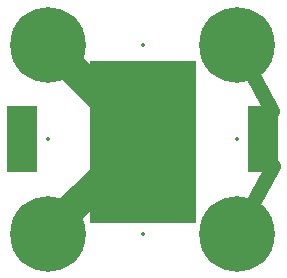
<source format=gtl>
%TF.GenerationSoftware,KiCad,Pcbnew,5.0.0-fee4fd1~66~ubuntu16.04.1*%
%TF.CreationDate,2018-09-24T23:00:10-07:00*%
%TF.ProjectId,3x3-CR2032-Coin-Cell,3378332D4352323033322D436F696E2D,v1.2*%
%TF.SameCoordinates,Original*%
%TF.FileFunction,Copper,L1,Top,Signal*%
%TF.FilePolarity,Positive*%
%FSLAX46Y46*%
G04 Gerber Fmt 4.6, Leading zero omitted, Abs format (unit mm)*
G04 Created by KiCad (PCBNEW 5.0.0-fee4fd1~66~ubuntu16.04.1) date Mon Sep 24 23:00:10 2018*
%MOMM*%
%LPD*%
G01*
G04 APERTURE LIST*
%ADD10C,2.540000*%
%ADD11C,1.270000*%
%ADD12R,2.600000X5.560000*%
%ADD13R,9.000000X13.800000*%
%ADD14C,6.400000*%
%ADD15C,0.350000*%
G04 APERTURE END LIST*
D10*
X14224000Y-27051000D02*
X22225000Y-35306000D01*
X13843000Y-43307000D02*
X22098000Y-35306000D01*
D11*
X30226000Y-27305000D02*
X33147000Y-32766000D01*
X30226000Y-43053000D02*
X33274000Y-37465000D01*
D12*
X32424000Y-35180000D03*
D13*
X22220000Y-35434000D03*
D12*
X12024000Y-35180000D03*
D14*
X14224000Y-27180000D03*
X30224000Y-27180000D03*
X14224000Y-43180000D03*
X30224000Y-43180000D03*
D15*
X22224000Y-35180000D03*
X14224000Y-35180000D03*
X30224000Y-35180000D03*
X14224000Y-27180000D03*
X22224000Y-27180000D03*
X30224000Y-27180000D03*
X14224000Y-43180000D03*
X22224000Y-43180000D03*
X30224000Y-43180000D03*
M02*

</source>
